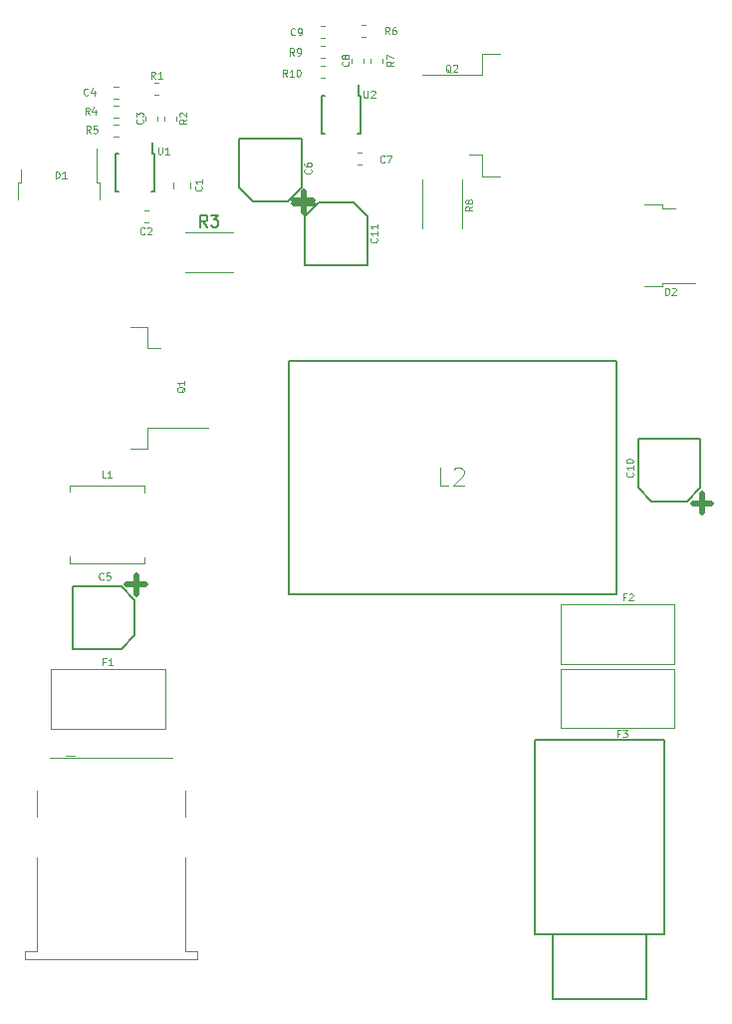
<source format=gto>
G04 #@! TF.GenerationSoftware,KiCad,Pcbnew,(5.1.2)-2*
G04 #@! TF.CreationDate,2019-06-29T18:25:01+02:00*
G04 #@! TF.ProjectId,Milwaukee_USB_charger,4d696c77-6175-46b6-9565-5f5553425f63,rev?*
G04 #@! TF.SameCoordinates,Original*
G04 #@! TF.FileFunction,Legend,Top*
G04 #@! TF.FilePolarity,Positive*
%FSLAX46Y46*%
G04 Gerber Fmt 4.6, Leading zero omitted, Abs format (unit mm)*
G04 Created by KiCad (PCBNEW (5.1.2)-2) date 2019-06-29 18:25:01*
%MOMM*%
%LPD*%
G04 APERTURE LIST*
%ADD10C,0.120000*%
%ADD11C,0.100000*%
%ADD12C,0.500000*%
%ADD13C,0.150000*%
%ADD14C,0.125000*%
G04 APERTURE END LIST*
D10*
X81310000Y-83550000D02*
X81310000Y-84050000D01*
X81310000Y-84050000D02*
X74950000Y-84050000D01*
X74950000Y-84050000D02*
X74950000Y-83490000D01*
X74950000Y-77990000D02*
X74950000Y-77490000D01*
X74950000Y-77490000D02*
X81310000Y-77490000D01*
X81310000Y-77490000D02*
X81310000Y-78050000D01*
D11*
X73335000Y-93085000D02*
X83065000Y-93085000D01*
X83065000Y-93085000D02*
X83065000Y-98115000D01*
X73335000Y-98115000D02*
X83065000Y-98115000D01*
X73335000Y-93085000D02*
X73335000Y-98115000D01*
X116665000Y-87555000D02*
X126395000Y-87555000D01*
X126395000Y-87555000D02*
X126395000Y-92585000D01*
X116665000Y-92585000D02*
X126395000Y-92585000D01*
X116665000Y-87555000D02*
X116665000Y-92585000D01*
X116665000Y-93055000D02*
X126395000Y-93055000D01*
X126395000Y-93055000D02*
X126395000Y-98085000D01*
X116665000Y-98085000D02*
X126395000Y-98085000D01*
X116665000Y-93055000D02*
X116665000Y-98085000D01*
D12*
X127930000Y-78970000D02*
X129530000Y-78970000D01*
X128730000Y-78170000D02*
X128730000Y-79770000D01*
D13*
X128580000Y-73520000D02*
X128580000Y-77670000D01*
X123280000Y-77670000D02*
X124430000Y-78820000D01*
X128580000Y-77670000D02*
X127430000Y-78820000D01*
X124430000Y-78820000D02*
X127430000Y-78820000D01*
X123280000Y-73520000D02*
X123280000Y-77670000D01*
X123280000Y-73520000D02*
X128580000Y-73520000D01*
D12*
X95630000Y-53270000D02*
X94030000Y-53270000D01*
X94830000Y-54070000D02*
X94830000Y-52470000D01*
D13*
X94980000Y-58720000D02*
X94980000Y-54570000D01*
X100280000Y-54570000D02*
X99130000Y-53420000D01*
X94980000Y-54570000D02*
X96130000Y-53420000D01*
X99130000Y-53420000D02*
X96130000Y-53420000D01*
X100280000Y-58720000D02*
X100280000Y-54570000D01*
X100280000Y-58720000D02*
X94980000Y-58720000D01*
D12*
X94030000Y-53470000D02*
X95630000Y-53470000D01*
X94830000Y-52670000D02*
X94830000Y-54270000D01*
D13*
X94680000Y-48020000D02*
X94680000Y-52170000D01*
X89380000Y-52170000D02*
X90530000Y-53320000D01*
X94680000Y-52170000D02*
X93530000Y-53320000D01*
X90530000Y-53320000D02*
X93530000Y-53320000D01*
X89380000Y-48020000D02*
X89380000Y-52170000D01*
X89380000Y-48020000D02*
X94680000Y-48020000D01*
D12*
X80630000Y-86670000D02*
X80630000Y-85070000D01*
X79830000Y-85870000D02*
X81430000Y-85870000D01*
D13*
X75180000Y-86020000D02*
X79330000Y-86020000D01*
X79330000Y-91320000D02*
X80480000Y-90170000D01*
X79330000Y-86020000D02*
X80480000Y-87170000D01*
X80480000Y-90170000D02*
X80480000Y-87170000D01*
X75180000Y-91320000D02*
X79330000Y-91320000D01*
X75180000Y-91320000D02*
X75180000Y-86020000D01*
X93580000Y-66870000D02*
X93580000Y-86670000D01*
X121480000Y-66870000D02*
X93580000Y-66870000D01*
X121480000Y-86670000D02*
X121480000Y-66870000D01*
X121480000Y-86670000D02*
X93580000Y-86670000D01*
X82125000Y-49275000D02*
X82000000Y-49275000D01*
X82125000Y-52525000D02*
X81910000Y-52525000D01*
X78875000Y-52525000D02*
X79090000Y-52525000D01*
X78875000Y-49275000D02*
X79090000Y-49275000D01*
X82125000Y-49275000D02*
X82125000Y-52525000D01*
X78875000Y-49275000D02*
X78875000Y-52525000D01*
X82000000Y-49275000D02*
X82000000Y-48350000D01*
X99660759Y-44341239D02*
X99535759Y-44341239D01*
X99660759Y-47591239D02*
X99445759Y-47591239D01*
X96410759Y-47591239D02*
X96625759Y-47591239D01*
X96410759Y-44341239D02*
X96625759Y-44341239D01*
X99660759Y-44341239D02*
X99660759Y-47591239D01*
X96410759Y-44341239D02*
X96410759Y-47591239D01*
X99535759Y-44341239D02*
X99535759Y-43416239D01*
D10*
X85210000Y-52261252D02*
X85210000Y-51738748D01*
X83790000Y-52261252D02*
X83790000Y-51738748D01*
X81632026Y-54090000D02*
X81289492Y-54090000D01*
X81632026Y-55110000D02*
X81289492Y-55110000D01*
X82410000Y-46471267D02*
X82410000Y-46128733D01*
X81390000Y-46471267D02*
X81390000Y-46128733D01*
X78728733Y-44610000D02*
X79071267Y-44610000D01*
X78728733Y-43590000D02*
X79071267Y-43590000D01*
X99807026Y-49156239D02*
X99464492Y-49156239D01*
X99807026Y-50176239D02*
X99464492Y-50176239D01*
X98925759Y-41194972D02*
X98925759Y-41537506D01*
X99945759Y-41194972D02*
X99945759Y-41537506D01*
X96264492Y-39476239D02*
X96607026Y-39476239D01*
X96264492Y-38456239D02*
X96607026Y-38456239D01*
X70850000Y-51700000D02*
X70850000Y-50600000D01*
X70580000Y-51700000D02*
X70850000Y-51700000D01*
X70580000Y-53200000D02*
X70580000Y-51700000D01*
X77210000Y-51700000D02*
X77210000Y-48870000D01*
X77480000Y-51700000D02*
X77210000Y-51700000D01*
X77480000Y-53200000D02*
X77480000Y-51700000D01*
X125300000Y-53890000D02*
X126400000Y-53890000D01*
X125300000Y-53620000D02*
X125300000Y-53890000D01*
X123800000Y-53620000D02*
X125300000Y-53620000D01*
X125300000Y-60250000D02*
X128130000Y-60250000D01*
X125300000Y-60520000D02*
X125300000Y-60250000D01*
X123800000Y-60520000D02*
X125300000Y-60520000D01*
X84810000Y-105580000D02*
X84810000Y-103400000D01*
X72190000Y-105580000D02*
X72190000Y-103400000D01*
X84810000Y-109080000D02*
X84810000Y-117050000D01*
X84810000Y-117050000D02*
X85810000Y-117050000D01*
X85810000Y-117050000D02*
X85810000Y-117670000D01*
X85810000Y-117670000D02*
X71190000Y-117670000D01*
X71190000Y-117670000D02*
X71190000Y-117050000D01*
X71190000Y-117050000D02*
X72190000Y-117050000D01*
X72190000Y-117050000D02*
X72190000Y-109080000D01*
X73310000Y-100550000D02*
X83690000Y-100550000D01*
X75400000Y-100400000D02*
X74600000Y-100400000D01*
D13*
X123968750Y-121043000D02*
X123968750Y-115643000D01*
X116031250Y-121043000D02*
X123968750Y-121043000D01*
X116031250Y-121043000D02*
X116031250Y-115643000D01*
X114488200Y-115582000D02*
X125511800Y-115582000D01*
X125511800Y-115582000D02*
X125511800Y-99082000D01*
X114488200Y-99082000D02*
X125511800Y-99082000D01*
X114488200Y-115582000D02*
X114488200Y-99082000D01*
D10*
X81610759Y-65780000D02*
X82710759Y-65780000D01*
X81610759Y-63970000D02*
X81610759Y-65780000D01*
X80110759Y-63970000D02*
X81610759Y-63970000D01*
X81610759Y-72560000D02*
X86735759Y-72560000D01*
X81610759Y-74370000D02*
X81610759Y-72560000D01*
X80110759Y-74370000D02*
X81610759Y-74370000D01*
X110050000Y-49390000D02*
X108950000Y-49390000D01*
X110050000Y-51200000D02*
X110050000Y-49390000D01*
X111550000Y-51200000D02*
X110050000Y-51200000D01*
X110050000Y-42610000D02*
X104925000Y-42610000D01*
X110050000Y-40800000D02*
X110050000Y-42610000D01*
X111550000Y-40800000D02*
X110050000Y-40800000D01*
X82471267Y-43290000D02*
X82128733Y-43290000D01*
X82471267Y-44310000D02*
X82128733Y-44310000D01*
X82990000Y-46128733D02*
X82990000Y-46471267D01*
X84010000Y-46128733D02*
X84010000Y-46471267D01*
X79071267Y-45190000D02*
X78728733Y-45190000D01*
X79071267Y-46210000D02*
X78728733Y-46210000D01*
X78728733Y-47810000D02*
X79071267Y-47810000D01*
X78728733Y-46790000D02*
X79071267Y-46790000D01*
X100107026Y-38356239D02*
X99764492Y-38356239D01*
X100107026Y-39376239D02*
X99764492Y-39376239D01*
X101545759Y-41537506D02*
X101545759Y-41194972D01*
X100525759Y-41537506D02*
X100525759Y-41194972D01*
X96607026Y-40156239D02*
X96264492Y-40156239D01*
X96607026Y-41176239D02*
X96264492Y-41176239D01*
X96264492Y-42876239D02*
X96607026Y-42876239D01*
X96264492Y-41856239D02*
X96607026Y-41856239D01*
X104920000Y-51517936D02*
X104920000Y-55622064D01*
X108340000Y-51517936D02*
X108340000Y-55622064D01*
X84777936Y-59380000D02*
X88882064Y-59380000D01*
X84777936Y-55960000D02*
X88882064Y-55960000D01*
D14*
X78030000Y-76811428D02*
X77744285Y-76811428D01*
X77744285Y-76211428D01*
X78544285Y-76811428D02*
X78201428Y-76811428D01*
X78372857Y-76811428D02*
X78372857Y-76211428D01*
X78315714Y-76297142D01*
X78258571Y-76354285D01*
X78201428Y-76382857D01*
X78000000Y-92427142D02*
X77800000Y-92427142D01*
X77800000Y-92741428D02*
X77800000Y-92141428D01*
X78085714Y-92141428D01*
X78628571Y-92741428D02*
X78285714Y-92741428D01*
X78457142Y-92741428D02*
X78457142Y-92141428D01*
X78400000Y-92227142D01*
X78342857Y-92284285D01*
X78285714Y-92312857D01*
X122230000Y-86927142D02*
X122030000Y-86927142D01*
X122030000Y-87241428D02*
X122030000Y-86641428D01*
X122315714Y-86641428D01*
X122515714Y-86698571D02*
X122544285Y-86670000D01*
X122601428Y-86641428D01*
X122744285Y-86641428D01*
X122801428Y-86670000D01*
X122830000Y-86698571D01*
X122858571Y-86755714D01*
X122858571Y-86812857D01*
X122830000Y-86898571D01*
X122487142Y-87241428D01*
X122858571Y-87241428D01*
X121730000Y-98527142D02*
X121530000Y-98527142D01*
X121530000Y-98841428D02*
X121530000Y-98241428D01*
X121815714Y-98241428D01*
X121987142Y-98241428D02*
X122358571Y-98241428D01*
X122158571Y-98470000D01*
X122244285Y-98470000D01*
X122301428Y-98498571D01*
X122330000Y-98527142D01*
X122358571Y-98584285D01*
X122358571Y-98727142D01*
X122330000Y-98784285D01*
X122301428Y-98812857D01*
X122244285Y-98841428D01*
X122072857Y-98841428D01*
X122015714Y-98812857D01*
X121987142Y-98784285D01*
X122813526Y-76354475D02*
X122842098Y-76383046D01*
X122870669Y-76468761D01*
X122870669Y-76525903D01*
X122842098Y-76611618D01*
X122784955Y-76668761D01*
X122727812Y-76697332D01*
X122613526Y-76725903D01*
X122527812Y-76725903D01*
X122413526Y-76697332D01*
X122356383Y-76668761D01*
X122299241Y-76611618D01*
X122270669Y-76525903D01*
X122270669Y-76468761D01*
X122299241Y-76383046D01*
X122327812Y-76354475D01*
X122870669Y-75783046D02*
X122870669Y-76125903D01*
X122870669Y-75954475D02*
X122270669Y-75954475D01*
X122356383Y-76011618D01*
X122413526Y-76068761D01*
X122442098Y-76125903D01*
X122270669Y-75411618D02*
X122270669Y-75354475D01*
X122299241Y-75297332D01*
X122327812Y-75268761D01*
X122384955Y-75240189D01*
X122499241Y-75211618D01*
X122642098Y-75211618D01*
X122756383Y-75240189D01*
X122813526Y-75268761D01*
X122842098Y-75297332D01*
X122870669Y-75354475D01*
X122870669Y-75411618D01*
X122842098Y-75468761D01*
X122813526Y-75497332D01*
X122756383Y-75525903D01*
X122642098Y-75554475D01*
X122499241Y-75554475D01*
X122384955Y-75525903D01*
X122327812Y-75497332D01*
X122299241Y-75468761D01*
X122270669Y-75411618D01*
X101044285Y-56455714D02*
X101072857Y-56484285D01*
X101101428Y-56570000D01*
X101101428Y-56627142D01*
X101072857Y-56712857D01*
X101015714Y-56770000D01*
X100958571Y-56798571D01*
X100844285Y-56827142D01*
X100758571Y-56827142D01*
X100644285Y-56798571D01*
X100587142Y-56770000D01*
X100530000Y-56712857D01*
X100501428Y-56627142D01*
X100501428Y-56570000D01*
X100530000Y-56484285D01*
X100558571Y-56455714D01*
X101101428Y-55884285D02*
X101101428Y-56227142D01*
X101101428Y-56055714D02*
X100501428Y-56055714D01*
X100587142Y-56112857D01*
X100644285Y-56170000D01*
X100672857Y-56227142D01*
X101101428Y-55312857D02*
X101101428Y-55655714D01*
X101101428Y-55484285D02*
X100501428Y-55484285D01*
X100587142Y-55541428D01*
X100644285Y-55598571D01*
X100672857Y-55655714D01*
X95444285Y-50600000D02*
X95472857Y-50628571D01*
X95501428Y-50714285D01*
X95501428Y-50771428D01*
X95472857Y-50857142D01*
X95415714Y-50914285D01*
X95358571Y-50942857D01*
X95244285Y-50971428D01*
X95158571Y-50971428D01*
X95044285Y-50942857D01*
X94987142Y-50914285D01*
X94930000Y-50857142D01*
X94901428Y-50771428D01*
X94901428Y-50714285D01*
X94930000Y-50628571D01*
X94958571Y-50600000D01*
X94901428Y-50085714D02*
X94901428Y-50200000D01*
X94930000Y-50257142D01*
X94958571Y-50285714D01*
X95044285Y-50342857D01*
X95158571Y-50371428D01*
X95387142Y-50371428D01*
X95444285Y-50342857D01*
X95472857Y-50314285D01*
X95501428Y-50257142D01*
X95501428Y-50142857D01*
X95472857Y-50085714D01*
X95444285Y-50057142D01*
X95387142Y-50028571D01*
X95244285Y-50028571D01*
X95187142Y-50057142D01*
X95158571Y-50085714D01*
X95130000Y-50142857D01*
X95130000Y-50257142D01*
X95158571Y-50314285D01*
X95187142Y-50342857D01*
X95244285Y-50371428D01*
X77828761Y-85415044D02*
X77800189Y-85443616D01*
X77714475Y-85472187D01*
X77657332Y-85472187D01*
X77571618Y-85443616D01*
X77514475Y-85386473D01*
X77485903Y-85329330D01*
X77457332Y-85215044D01*
X77457332Y-85129330D01*
X77485903Y-85015044D01*
X77514475Y-84957901D01*
X77571618Y-84900759D01*
X77657332Y-84872187D01*
X77714475Y-84872187D01*
X77800189Y-84900759D01*
X77828761Y-84929330D01*
X78371618Y-84872187D02*
X78085903Y-84872187D01*
X78057332Y-85157901D01*
X78085903Y-85129330D01*
X78143046Y-85100759D01*
X78285903Y-85100759D01*
X78343046Y-85129330D01*
X78371618Y-85157901D01*
X78400189Y-85215044D01*
X78400189Y-85357901D01*
X78371618Y-85415044D01*
X78343046Y-85443616D01*
X78285903Y-85472187D01*
X78143046Y-85472187D01*
X78085903Y-85443616D01*
X78057332Y-85415044D01*
X107180000Y-77448571D02*
X106465714Y-77448571D01*
X106465714Y-75948571D01*
X107608571Y-76091428D02*
X107680000Y-76020000D01*
X107822857Y-75948571D01*
X108180000Y-75948571D01*
X108322857Y-76020000D01*
X108394285Y-76091428D01*
X108465714Y-76234285D01*
X108465714Y-76377142D01*
X108394285Y-76591428D01*
X107537142Y-77448571D01*
X108465714Y-77448571D01*
X82472857Y-48741428D02*
X82472857Y-49227142D01*
X82501428Y-49284285D01*
X82530000Y-49312857D01*
X82587142Y-49341428D01*
X82701428Y-49341428D01*
X82758571Y-49312857D01*
X82787142Y-49284285D01*
X82815714Y-49227142D01*
X82815714Y-48741428D01*
X83415714Y-49341428D02*
X83072857Y-49341428D01*
X83244285Y-49341428D02*
X83244285Y-48741428D01*
X83187142Y-48827142D01*
X83130000Y-48884285D01*
X83072857Y-48912857D01*
X99972857Y-43941428D02*
X99972857Y-44427142D01*
X100001428Y-44484285D01*
X100030000Y-44512857D01*
X100087142Y-44541428D01*
X100201428Y-44541428D01*
X100258571Y-44512857D01*
X100287142Y-44484285D01*
X100315714Y-44427142D01*
X100315714Y-43941428D01*
X100572857Y-43998571D02*
X100601428Y-43970000D01*
X100658571Y-43941428D01*
X100801428Y-43941428D01*
X100858571Y-43970000D01*
X100887142Y-43998571D01*
X100915714Y-44055714D01*
X100915714Y-44112857D01*
X100887142Y-44198571D01*
X100544285Y-44541428D01*
X100915714Y-44541428D01*
X86144285Y-52070000D02*
X86172857Y-52098571D01*
X86201428Y-52184285D01*
X86201428Y-52241428D01*
X86172857Y-52327142D01*
X86115714Y-52384285D01*
X86058571Y-52412857D01*
X85944285Y-52441428D01*
X85858571Y-52441428D01*
X85744285Y-52412857D01*
X85687142Y-52384285D01*
X85630000Y-52327142D01*
X85601428Y-52241428D01*
X85601428Y-52184285D01*
X85630000Y-52098571D01*
X85658571Y-52070000D01*
X86201428Y-51498571D02*
X86201428Y-51841428D01*
X86201428Y-51670000D02*
X85601428Y-51670000D01*
X85687142Y-51727142D01*
X85744285Y-51784285D01*
X85772857Y-51841428D01*
X81330000Y-56084285D02*
X81301428Y-56112857D01*
X81215714Y-56141428D01*
X81158571Y-56141428D01*
X81072857Y-56112857D01*
X81015714Y-56055714D01*
X80987142Y-55998571D01*
X80958571Y-55884285D01*
X80958571Y-55798571D01*
X80987142Y-55684285D01*
X81015714Y-55627142D01*
X81072857Y-55570000D01*
X81158571Y-55541428D01*
X81215714Y-55541428D01*
X81301428Y-55570000D01*
X81330000Y-55598571D01*
X81558571Y-55598571D02*
X81587142Y-55570000D01*
X81644285Y-55541428D01*
X81787142Y-55541428D01*
X81844285Y-55570000D01*
X81872857Y-55598571D01*
X81901428Y-55655714D01*
X81901428Y-55712857D01*
X81872857Y-55798571D01*
X81530000Y-56141428D01*
X81901428Y-56141428D01*
X81144285Y-46370000D02*
X81172857Y-46398571D01*
X81201428Y-46484285D01*
X81201428Y-46541428D01*
X81172857Y-46627142D01*
X81115714Y-46684285D01*
X81058571Y-46712857D01*
X80944285Y-46741428D01*
X80858571Y-46741428D01*
X80744285Y-46712857D01*
X80687142Y-46684285D01*
X80630000Y-46627142D01*
X80601428Y-46541428D01*
X80601428Y-46484285D01*
X80630000Y-46398571D01*
X80658571Y-46370000D01*
X80601428Y-46170000D02*
X80601428Y-45798571D01*
X80830000Y-45998571D01*
X80830000Y-45912857D01*
X80858571Y-45855714D01*
X80887142Y-45827142D01*
X80944285Y-45798571D01*
X81087142Y-45798571D01*
X81144285Y-45827142D01*
X81172857Y-45855714D01*
X81201428Y-45912857D01*
X81201428Y-46084285D01*
X81172857Y-46141428D01*
X81144285Y-46170000D01*
X76530000Y-44284285D02*
X76501428Y-44312857D01*
X76415714Y-44341428D01*
X76358571Y-44341428D01*
X76272857Y-44312857D01*
X76215714Y-44255714D01*
X76187142Y-44198571D01*
X76158571Y-44084285D01*
X76158571Y-43998571D01*
X76187142Y-43884285D01*
X76215714Y-43827142D01*
X76272857Y-43770000D01*
X76358571Y-43741428D01*
X76415714Y-43741428D01*
X76501428Y-43770000D01*
X76530000Y-43798571D01*
X77044285Y-43941428D02*
X77044285Y-44341428D01*
X76901428Y-43712857D02*
X76758571Y-44141428D01*
X77130000Y-44141428D01*
X101730000Y-49984285D02*
X101701428Y-50012857D01*
X101615714Y-50041428D01*
X101558571Y-50041428D01*
X101472857Y-50012857D01*
X101415714Y-49955714D01*
X101387142Y-49898571D01*
X101358571Y-49784285D01*
X101358571Y-49698571D01*
X101387142Y-49584285D01*
X101415714Y-49527142D01*
X101472857Y-49470000D01*
X101558571Y-49441428D01*
X101615714Y-49441428D01*
X101701428Y-49470000D01*
X101730000Y-49498571D01*
X101930000Y-49441428D02*
X102330000Y-49441428D01*
X102072857Y-50041428D01*
X98644285Y-41466239D02*
X98672857Y-41494810D01*
X98701428Y-41580524D01*
X98701428Y-41637667D01*
X98672857Y-41723381D01*
X98615714Y-41780524D01*
X98558571Y-41809096D01*
X98444285Y-41837667D01*
X98358571Y-41837667D01*
X98244285Y-41809096D01*
X98187142Y-41780524D01*
X98130000Y-41723381D01*
X98101428Y-41637667D01*
X98101428Y-41580524D01*
X98130000Y-41494810D01*
X98158571Y-41466239D01*
X98358571Y-41123381D02*
X98330000Y-41180524D01*
X98301428Y-41209096D01*
X98244285Y-41237667D01*
X98215714Y-41237667D01*
X98158571Y-41209096D01*
X98130000Y-41180524D01*
X98101428Y-41123381D01*
X98101428Y-41009096D01*
X98130000Y-40951953D01*
X98158571Y-40923381D01*
X98215714Y-40894810D01*
X98244285Y-40894810D01*
X98301428Y-40923381D01*
X98330000Y-40951953D01*
X98358571Y-41009096D01*
X98358571Y-41123381D01*
X98387142Y-41180524D01*
X98415714Y-41209096D01*
X98472857Y-41237667D01*
X98587142Y-41237667D01*
X98644285Y-41209096D01*
X98672857Y-41180524D01*
X98701428Y-41123381D01*
X98701428Y-41009096D01*
X98672857Y-40951953D01*
X98644285Y-40923381D01*
X98587142Y-40894810D01*
X98472857Y-40894810D01*
X98415714Y-40923381D01*
X98387142Y-40951953D01*
X98358571Y-41009096D01*
X94130000Y-39184285D02*
X94101428Y-39212857D01*
X94015714Y-39241428D01*
X93958571Y-39241428D01*
X93872857Y-39212857D01*
X93815714Y-39155714D01*
X93787142Y-39098571D01*
X93758571Y-38984285D01*
X93758571Y-38898571D01*
X93787142Y-38784285D01*
X93815714Y-38727142D01*
X93872857Y-38670000D01*
X93958571Y-38641428D01*
X94015714Y-38641428D01*
X94101428Y-38670000D01*
X94130000Y-38698571D01*
X94415714Y-39241428D02*
X94530000Y-39241428D01*
X94587142Y-39212857D01*
X94615714Y-39184285D01*
X94672857Y-39098571D01*
X94701428Y-38984285D01*
X94701428Y-38755714D01*
X94672857Y-38698571D01*
X94644285Y-38670000D01*
X94587142Y-38641428D01*
X94472857Y-38641428D01*
X94415714Y-38670000D01*
X94387142Y-38698571D01*
X94358571Y-38755714D01*
X94358571Y-38898571D01*
X94387142Y-38955714D01*
X94415714Y-38984285D01*
X94472857Y-39012857D01*
X94587142Y-39012857D01*
X94644285Y-38984285D01*
X94672857Y-38955714D01*
X94701428Y-38898571D01*
X73757142Y-51371428D02*
X73757142Y-50771428D01*
X73900000Y-50771428D01*
X73985714Y-50800000D01*
X74042857Y-50857142D01*
X74071428Y-50914285D01*
X74100000Y-51028571D01*
X74100000Y-51114285D01*
X74071428Y-51228571D01*
X74042857Y-51285714D01*
X73985714Y-51342857D01*
X73900000Y-51371428D01*
X73757142Y-51371428D01*
X74671428Y-51371428D02*
X74328571Y-51371428D01*
X74500000Y-51371428D02*
X74500000Y-50771428D01*
X74442857Y-50857142D01*
X74385714Y-50914285D01*
X74328571Y-50942857D01*
X125587142Y-61271428D02*
X125587142Y-60671428D01*
X125730000Y-60671428D01*
X125815714Y-60700000D01*
X125872857Y-60757142D01*
X125901428Y-60814285D01*
X125930000Y-60928571D01*
X125930000Y-61014285D01*
X125901428Y-61128571D01*
X125872857Y-61185714D01*
X125815714Y-61242857D01*
X125730000Y-61271428D01*
X125587142Y-61271428D01*
X126158571Y-60728571D02*
X126187142Y-60700000D01*
X126244285Y-60671428D01*
X126387142Y-60671428D01*
X126444285Y-60700000D01*
X126472857Y-60728571D01*
X126501428Y-60785714D01*
X126501428Y-60842857D01*
X126472857Y-60928571D01*
X126130000Y-61271428D01*
X126501428Y-61271428D01*
X84758571Y-69097142D02*
X84730000Y-69154285D01*
X84672857Y-69211428D01*
X84587142Y-69297142D01*
X84558571Y-69354285D01*
X84558571Y-69411428D01*
X84701428Y-69382857D02*
X84672857Y-69440000D01*
X84615714Y-69497142D01*
X84501428Y-69525714D01*
X84301428Y-69525714D01*
X84187142Y-69497142D01*
X84130000Y-69440000D01*
X84101428Y-69382857D01*
X84101428Y-69268571D01*
X84130000Y-69211428D01*
X84187142Y-69154285D01*
X84301428Y-69125714D01*
X84501428Y-69125714D01*
X84615714Y-69154285D01*
X84672857Y-69211428D01*
X84701428Y-69268571D01*
X84701428Y-69382857D01*
X84701428Y-68554285D02*
X84701428Y-68897142D01*
X84701428Y-68725714D02*
X84101428Y-68725714D01*
X84187142Y-68782857D01*
X84244285Y-68840000D01*
X84272857Y-68897142D01*
X107372857Y-42398571D02*
X107315714Y-42370000D01*
X107258571Y-42312857D01*
X107172857Y-42227142D01*
X107115714Y-42198571D01*
X107058571Y-42198571D01*
X107087142Y-42341428D02*
X107030000Y-42312857D01*
X106972857Y-42255714D01*
X106944285Y-42141428D01*
X106944285Y-41941428D01*
X106972857Y-41827142D01*
X107030000Y-41770000D01*
X107087142Y-41741428D01*
X107201428Y-41741428D01*
X107258571Y-41770000D01*
X107315714Y-41827142D01*
X107344285Y-41941428D01*
X107344285Y-42141428D01*
X107315714Y-42255714D01*
X107258571Y-42312857D01*
X107201428Y-42341428D01*
X107087142Y-42341428D01*
X107572857Y-41798571D02*
X107601428Y-41770000D01*
X107658571Y-41741428D01*
X107801428Y-41741428D01*
X107858571Y-41770000D01*
X107887142Y-41798571D01*
X107915714Y-41855714D01*
X107915714Y-41912857D01*
X107887142Y-41998571D01*
X107544285Y-42341428D01*
X107915714Y-42341428D01*
X82230000Y-42941428D02*
X82030000Y-42655714D01*
X81887142Y-42941428D02*
X81887142Y-42341428D01*
X82115714Y-42341428D01*
X82172857Y-42370000D01*
X82201428Y-42398571D01*
X82230000Y-42455714D01*
X82230000Y-42541428D01*
X82201428Y-42598571D01*
X82172857Y-42627142D01*
X82115714Y-42655714D01*
X81887142Y-42655714D01*
X82801428Y-42941428D02*
X82458571Y-42941428D01*
X82630000Y-42941428D02*
X82630000Y-42341428D01*
X82572857Y-42427142D01*
X82515714Y-42484285D01*
X82458571Y-42512857D01*
X84901428Y-46370000D02*
X84615714Y-46570000D01*
X84901428Y-46712857D02*
X84301428Y-46712857D01*
X84301428Y-46484285D01*
X84330000Y-46427142D01*
X84358571Y-46398571D01*
X84415714Y-46370000D01*
X84501428Y-46370000D01*
X84558571Y-46398571D01*
X84587142Y-46427142D01*
X84615714Y-46484285D01*
X84615714Y-46712857D01*
X84358571Y-46141428D02*
X84330000Y-46112857D01*
X84301428Y-46055714D01*
X84301428Y-45912857D01*
X84330000Y-45855714D01*
X84358571Y-45827142D01*
X84415714Y-45798571D01*
X84472857Y-45798571D01*
X84558571Y-45827142D01*
X84901428Y-46170000D01*
X84901428Y-45798571D01*
X76630000Y-45941428D02*
X76430000Y-45655714D01*
X76287142Y-45941428D02*
X76287142Y-45341428D01*
X76515714Y-45341428D01*
X76572857Y-45370000D01*
X76601428Y-45398571D01*
X76630000Y-45455714D01*
X76630000Y-45541428D01*
X76601428Y-45598571D01*
X76572857Y-45627142D01*
X76515714Y-45655714D01*
X76287142Y-45655714D01*
X77144285Y-45541428D02*
X77144285Y-45941428D01*
X77001428Y-45312857D02*
X76858571Y-45741428D01*
X77230000Y-45741428D01*
X76730000Y-47541428D02*
X76530000Y-47255714D01*
X76387142Y-47541428D02*
X76387142Y-46941428D01*
X76615714Y-46941428D01*
X76672857Y-46970000D01*
X76701428Y-46998571D01*
X76730000Y-47055714D01*
X76730000Y-47141428D01*
X76701428Y-47198571D01*
X76672857Y-47227142D01*
X76615714Y-47255714D01*
X76387142Y-47255714D01*
X77272857Y-46941428D02*
X76987142Y-46941428D01*
X76958571Y-47227142D01*
X76987142Y-47198571D01*
X77044285Y-47170000D01*
X77187142Y-47170000D01*
X77244285Y-47198571D01*
X77272857Y-47227142D01*
X77301428Y-47284285D01*
X77301428Y-47427142D01*
X77272857Y-47484285D01*
X77244285Y-47512857D01*
X77187142Y-47541428D01*
X77044285Y-47541428D01*
X76987142Y-47512857D01*
X76958571Y-47484285D01*
X102130000Y-39141428D02*
X101930000Y-38855714D01*
X101787142Y-39141428D02*
X101787142Y-38541428D01*
X102015714Y-38541428D01*
X102072857Y-38570000D01*
X102101428Y-38598571D01*
X102130000Y-38655714D01*
X102130000Y-38741428D01*
X102101428Y-38798571D01*
X102072857Y-38827142D01*
X102015714Y-38855714D01*
X101787142Y-38855714D01*
X102644285Y-38541428D02*
X102530000Y-38541428D01*
X102472857Y-38570000D01*
X102444285Y-38598571D01*
X102387142Y-38684285D01*
X102358571Y-38798571D01*
X102358571Y-39027142D01*
X102387142Y-39084285D01*
X102415714Y-39112857D01*
X102472857Y-39141428D01*
X102587142Y-39141428D01*
X102644285Y-39112857D01*
X102672857Y-39084285D01*
X102701428Y-39027142D01*
X102701428Y-38884285D01*
X102672857Y-38827142D01*
X102644285Y-38798571D01*
X102587142Y-38770000D01*
X102472857Y-38770000D01*
X102415714Y-38798571D01*
X102387142Y-38827142D01*
X102358571Y-38884285D01*
X102501428Y-41466239D02*
X102215714Y-41666239D01*
X102501428Y-41809096D02*
X101901428Y-41809096D01*
X101901428Y-41580524D01*
X101930000Y-41523381D01*
X101958571Y-41494810D01*
X102015714Y-41466239D01*
X102101428Y-41466239D01*
X102158571Y-41494810D01*
X102187142Y-41523381D01*
X102215714Y-41580524D01*
X102215714Y-41809096D01*
X101901428Y-41266239D02*
X101901428Y-40866239D01*
X102501428Y-41123381D01*
X94030000Y-40941428D02*
X93830000Y-40655714D01*
X93687142Y-40941428D02*
X93687142Y-40341428D01*
X93915714Y-40341428D01*
X93972857Y-40370000D01*
X94001428Y-40398571D01*
X94030000Y-40455714D01*
X94030000Y-40541428D01*
X94001428Y-40598571D01*
X93972857Y-40627142D01*
X93915714Y-40655714D01*
X93687142Y-40655714D01*
X94315714Y-40941428D02*
X94430000Y-40941428D01*
X94487142Y-40912857D01*
X94515714Y-40884285D01*
X94572857Y-40798571D01*
X94601428Y-40684285D01*
X94601428Y-40455714D01*
X94572857Y-40398571D01*
X94544285Y-40370000D01*
X94487142Y-40341428D01*
X94372857Y-40341428D01*
X94315714Y-40370000D01*
X94287142Y-40398571D01*
X94258571Y-40455714D01*
X94258571Y-40598571D01*
X94287142Y-40655714D01*
X94315714Y-40684285D01*
X94372857Y-40712857D01*
X94487142Y-40712857D01*
X94544285Y-40684285D01*
X94572857Y-40655714D01*
X94601428Y-40598571D01*
X93444285Y-42741428D02*
X93244285Y-42455714D01*
X93101428Y-42741428D02*
X93101428Y-42141428D01*
X93330000Y-42141428D01*
X93387142Y-42170000D01*
X93415714Y-42198571D01*
X93444285Y-42255714D01*
X93444285Y-42341428D01*
X93415714Y-42398571D01*
X93387142Y-42427142D01*
X93330000Y-42455714D01*
X93101428Y-42455714D01*
X94015714Y-42741428D02*
X93672857Y-42741428D01*
X93844285Y-42741428D02*
X93844285Y-42141428D01*
X93787142Y-42227142D01*
X93730000Y-42284285D01*
X93672857Y-42312857D01*
X94387142Y-42141428D02*
X94444285Y-42141428D01*
X94501428Y-42170000D01*
X94530000Y-42198571D01*
X94558571Y-42255714D01*
X94587142Y-42370000D01*
X94587142Y-42512857D01*
X94558571Y-42627142D01*
X94530000Y-42684285D01*
X94501428Y-42712857D01*
X94444285Y-42741428D01*
X94387142Y-42741428D01*
X94330000Y-42712857D01*
X94301428Y-42684285D01*
X94272857Y-42627142D01*
X94244285Y-42512857D01*
X94244285Y-42370000D01*
X94272857Y-42255714D01*
X94301428Y-42198571D01*
X94330000Y-42170000D01*
X94387142Y-42141428D01*
X109201428Y-53770000D02*
X108915714Y-53970000D01*
X109201428Y-54112857D02*
X108601428Y-54112857D01*
X108601428Y-53884285D01*
X108630000Y-53827142D01*
X108658571Y-53798571D01*
X108715714Y-53770000D01*
X108801428Y-53770000D01*
X108858571Y-53798571D01*
X108887142Y-53827142D01*
X108915714Y-53884285D01*
X108915714Y-54112857D01*
X108858571Y-53427142D02*
X108830000Y-53484285D01*
X108801428Y-53512857D01*
X108744285Y-53541428D01*
X108715714Y-53541428D01*
X108658571Y-53512857D01*
X108630000Y-53484285D01*
X108601428Y-53427142D01*
X108601428Y-53312857D01*
X108630000Y-53255714D01*
X108658571Y-53227142D01*
X108715714Y-53198571D01*
X108744285Y-53198571D01*
X108801428Y-53227142D01*
X108830000Y-53255714D01*
X108858571Y-53312857D01*
X108858571Y-53427142D01*
X108887142Y-53484285D01*
X108915714Y-53512857D01*
X108972857Y-53541428D01*
X109087142Y-53541428D01*
X109144285Y-53512857D01*
X109172857Y-53484285D01*
X109201428Y-53427142D01*
X109201428Y-53312857D01*
X109172857Y-53255714D01*
X109144285Y-53227142D01*
X109087142Y-53198571D01*
X108972857Y-53198571D01*
X108915714Y-53227142D01*
X108887142Y-53255714D01*
X108858571Y-53312857D01*
D13*
X86663333Y-55502380D02*
X86330000Y-55026190D01*
X86091904Y-55502380D02*
X86091904Y-54502380D01*
X86472857Y-54502380D01*
X86568095Y-54550000D01*
X86615714Y-54597619D01*
X86663333Y-54692857D01*
X86663333Y-54835714D01*
X86615714Y-54930952D01*
X86568095Y-54978571D01*
X86472857Y-55026190D01*
X86091904Y-55026190D01*
X86996666Y-54502380D02*
X87615714Y-54502380D01*
X87282380Y-54883333D01*
X87425238Y-54883333D01*
X87520476Y-54930952D01*
X87568095Y-54978571D01*
X87615714Y-55073809D01*
X87615714Y-55311904D01*
X87568095Y-55407142D01*
X87520476Y-55454761D01*
X87425238Y-55502380D01*
X87139523Y-55502380D01*
X87044285Y-55454761D01*
X86996666Y-55407142D01*
M02*

</source>
